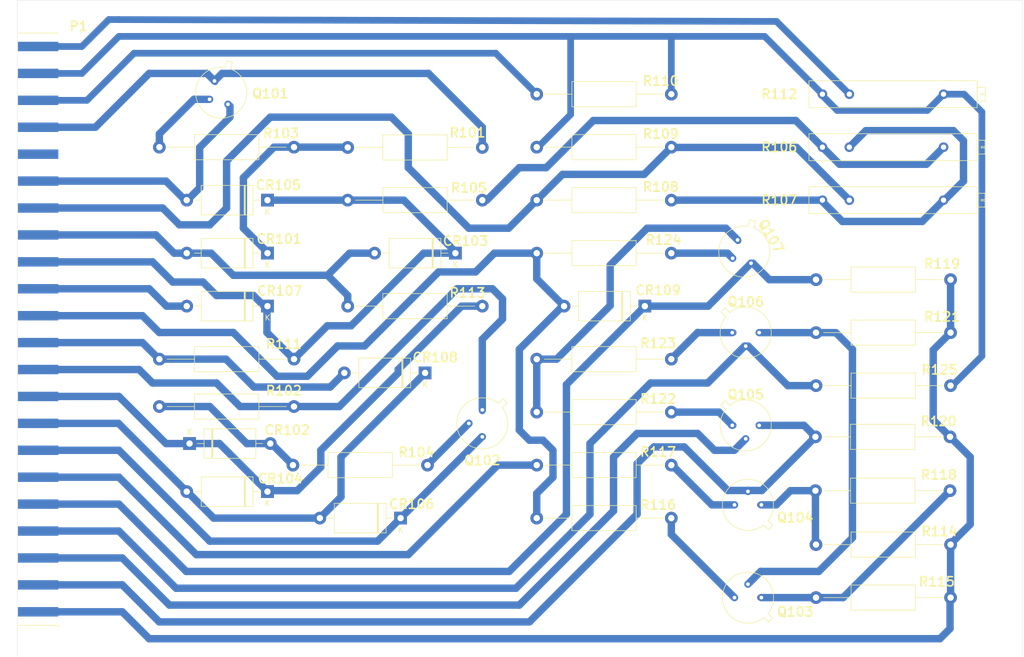
<source format=kicad_pcb>
(kicad_pcb (version 20240108) (generator "pcbnew") (generator_version "8.0")
  (layers (0 "F.Cu" signal) (31 "B.Cu" signal) (34 "B.Paste" user) (35 "F.Paste" user) (36 "B.SilkS" user "B.Silkscreen") (37 "F.SilkS" user "F.Silkscreen") (38 "B.Mask" user) (39 "F.Mask" user) (44 "Edge.Cuts" user))
  (net 0 "")
  (net 1 "/NET7")
  (net 2 "/NET25")
  (net 3 "/NET13")
  (net 4 "/NET8")
  (net 5 "/NET14")
  (net 6 "/NET5")
  (net 7 "/NET15")
  (net 8 "/NET9")
  (net 9 "/NET11")
  (net 10 "/NET10")
  (net 11 "/NET17")
  (net 12 "/NET20")
  (net 13 "/NET16")
  (net 14 "/NET19")
  (net 15 "/NET12")
  (net 16 "/NET18")
  (net 17 "/NET2")
  (net 18 "/NET3")
  (net 19 "/NET21")
  (net 20 "/NET4")
  (net 21 "/NET1")
  (net 23 "/NET6")
  (net 24 "/NET26")
  (net 25 "/NET22")
  (net 26 "/NET27")
  (net 27 "/NET23")
  (net 28 "/NET24")
  (net 29 "/NET34")
  (net 30 "/NET36")
  (net 31 "/NET35")
  (net 32 "/NET32")
  (net 33 "/NET33")
  (net 34 "/NET31")
  (net 35 "/NET28")
  (net 36 "/NET30")
  (net 37 "/NET29")
  (footprint "Resistor_THT:R_Axial_DIN0414_L11.9mm_D4.5mm_P25.40mm_Horizontal" (layer "F.Cu") (at 157.5 131.445 180)
    (property "Reference" "R102" (at 1.925 3 0) (layer "F.SilkS") (effects (font (size 1.75 1.75) (thickness 0.3))))
    (property "Value" "1K")
    (pad "1" thru_hole circle (at 0 0 180) (size 2.4 2.4) (drill 1.2) (layers "*.Cu" "*.Mask") (net 15 "/NET12"))
    (pad "2" thru_hole oval (at 25.4 0 180) (size 2.4 2.4) (drill 1.2) (layers "*.Cu" "*.Mask") (net 24 "/NET26"))
  )
  (footprint "Resistor_THT:R_Axial_DIN0414_L11.9mm_D4.5mm_P25.40mm_Horizontal" (layer "F.Cu") (at 228.71 152.5 180)
    (property "Reference" "R116" (at 2.5 2.5 0) (layer "F.SilkS") (effects (font (size 1.75 1.75) (thickness 0.3))))
    (property "Value" "250")
    (pad "1" thru_hole circle (at 0 0 180) (size 2.4 2.4) (drill 1.2) (layers "*.Cu" "*.Mask") (net 31 "/NET35"))
    (pad "2" thru_hole oval (at 25.4 0 180) (size 2.4 2.4) (drill 1.2) (layers "*.Cu" "*.Mask") (net 10 "/NET10"))
  )
  (footprint "Diode_THT:D_DO-27_P15.24mm_Horizontal" (layer "F.Cu") (at 152.5 112.5 180)
    (property "Reference" "CR107" (at -2.313 2.899 0) (layer "F.SilkS") (effects (font (size 1.75 1.75) (thickness 0.3))))
    (property "Value" "1N4003")
    (fp_text user "K" (at 0 -2.2 0) (layer "F.SilkS"))
    (pad "1" thru_hole rect (at 0 0 180) (size 2.4 2.4) (drill 1.2) (layers "*.Cu" "*.Mask") (net 4 "/NET8"))
    (pad "2" thru_hole oval (at 15.24 0 180) (size 2.4 2.4) (drill 1.2) (layers "*.Cu" "*.Mask") (net 8 "/NET9"))
  )
  (footprint ".stumbler:Potentiometer_Bourns_224P" (layer "F.Cu") (at 262.304 92.5)
    (property "Reference" "R107" (at -13.22 0 0) (layer "F.SilkS") (effects (font (size 1.75 1.75) (thickness 0.3))))
    (property "Value" "100")
    (pad "1" thru_hole circle (at 0 0) (size 1.8 1.8) (drill 1) (layers "*.Cu" "*.Mask") (net 23 "/NET6"))
    (pad "2" thru_hole circle (at -5.08 0) (size 1.8 1.8) (drill 1) (layers "*.Cu" "*.Mask") (net 28 "/NET24"))
    (pad "3" thru_hole circle (at 17.78 0) (size 1.8 1.8) (drill 1) (layers "*.Cu" "*.Mask") (net 28 "/NET24"))
  )
  (footprint "Diode_THT:D_DO-27_P15.24mm_Horizontal" (layer "F.Cu") (at 187.96 102.5 180)
    (property "Reference" "CR103" (at -1.905 2.297 0) (layer "F.SilkS") (effects (font (size 1.75 1.75) (thickness 0.3))))
    (property "Value" "1N458")
    (fp_text user "K" (at 0 -2.2 0) (layer "F.SilkS"))
    (pad "1" thru_hole rect (at 0 0 180) (size 2.4 2.4) (drill 1.2) (layers "*.Cu" "*.Mask") (net 4 "/NET8"))
    (pad "2" thru_hole oval (at 15.24 0 180) (size 2.4 2.4) (drill 1.2) (layers "*.Cu" "*.Mask") (net 1 "/NET7"))
  )
  (footprint "Resistor_THT:R_Axial_DIN0414_L11.9mm_D4.5mm_P25.40mm_Horizontal" (layer "F.Cu") (at 281.41 107.5 180)
    (property "Reference" "R119" (at 1.6 3 0) (layer "F.SilkS") (effects (font (size 1.75 1.75) (thickness 0.3))))
    (property "Value" "1.5K")
    (pad "1" thru_hole circle (at 0 0 180) (size 2.4 2.4) (drill 1.2) (layers "*.Cu" "*.Mask") (net 19 "/NET21"))
    (pad "2" thru_hole oval (at 25.4 0 180) (size 2.4 2.4) (drill 1.2) (layers "*.Cu" "*.Mask") (net 11 "/NET17"))
  )
  (footprint "Resistor_THT:R_Axial_DIN0414_L11.9mm_D4.5mm_P25.40mm_Horizontal" (layer "F.Cu") (at 281.41 117.5 180)
    (property "Reference" "R121" (at 1.6 3 0) (layer "F.SilkS") (effects (font (size 1.75 1.75) (thickness 0.3))))
    (property "Value" "2.5K 3%")
    (pad "1" thru_hole circle (at 0 0 180) (size 2.4 2.4) (drill 1.2) (layers "*.Cu" "*.Mask") (net 19 "/NET21"))
    (pad "2" thru_hole oval (at 25.4 0 180) (size 2.4 2.4) (drill 1.2) (layers "*.Cu" "*.Mask") (net 33 "/NET33"))
  )
  (footprint "Resistor_THT:R_Axial_DIN0414_L11.9mm_D4.5mm_P25.40mm_Horizontal" (layer "F.Cu") (at 281.41 167.5 180)
    (property "Reference" "R115" (at 2.6 3 0) (layer "F.SilkS") (effects (font (size 1.75 1.75) (thickness 0.3))))
    (property "Value" "150")
    (pad "1" thru_hole circle (at 0 0 180) (size 2.4 2.4) (drill 1.2) (layers "*.Cu" "*.Mask") (net 19 "/NET21"))
    (pad "2" thru_hole oval (at 25.4 0 180) (size 2.4 2.4) (drill 1.2) (layers "*.Cu" "*.Mask") (net 30 "/NET36"))
  )
  (footprint "Resistor_THT:R_Axial_DIN0414_L11.9mm_D4.5mm_P25.40mm_Horizontal" (layer "F.Cu") (at 281.41 127.5 180)
    (property "Reference" "R125" (at 2.1 3 0) (layer "F.SilkS") (effects (font (size 1.75 1.75) (thickness 0.3))))
    (property "Value" "0.1 ???")
    (pad "1" thru_hole circle (at 0 0 180) (size 2.4 2.4) (drill 1.2) (layers "*.Cu" "*.Mask") (net 17 "/NET2"))
    (pad "2" thru_hole oval (at 25.4 0 180) (size 2.4 2.4) (drill 1.2) (layers "*.Cu" "*.Mask") (net 16 "/NET18"))
  )
  (footprint "Diode_THT:D_DO-27_P15.24mm_Horizontal" (layer "F.Cu") (at 177.62 152.5 180)
    (property "Reference" "CR106" (at -2.085 2.64 0) (layer "F.SilkS") (effects (font (size 1.75 1.75) (thickness 0.3))))
    (property "Value" "1N4003")
    (fp_text user "K" (at 0 -2.2 0) (layer "F.SilkS"))
    (pad "1" thru_hole rect (at 0 0 180) (size 2.4 2.4) (drill 1.2) (layers "*.Cu" "*.Mask") (net 7 "/NET15"))
    (pad "2" thru_hole oval (at 15.24 0 180) (size 2.4 2.4) (drill 1.2) (layers "*.Cu" "*.Mask") (net 5 "/NET14"))
  )
  (footprint "Resistor_THT:R_Axial_DIN0414_L11.9mm_D4.5mm_P25.40mm_Horizontal" (layer "F.Cu") (at 157.5 82.5 180)
    (property "Reference" "R103" (at 2.433 2.617 0) (layer "F.SilkS") (effects (font (size 1.75 1.75) (thickness 0.3) (bold yes))))
    (property "Value" "2K")
    (pad "1" thru_hole circle (at 0 0 180) (size 2.4 2.4) (drill 1.2) (layers "*.Cu" "*.Mask") (net 2 "/NET25"))
    (pad "2" thru_hole oval (at 25.4 0 180) (size 2.4 2.4) (drill 1.2) (layers "*.Cu" "*.Mask") (net 25 "/NET22"))
  )
  (footprint "Package_TO_SOT_THT:TO-5-3" (layer "F.Cu") (at 240.21 117.5)
    (property "Reference" "Q106" (at 2.54 -5.82 0) (layer "F.SilkS") (effects (font (size 1.75 1.75) (thickness 0.3))))
    (property "Value" "2N697")
    (pad "1" thru_hole oval (at 0 0) (size 1.6 1.2) (drill 0.7) (layers "*.Cu" "*.Mask") (net 36 "/NET30"))
    (pad "2" thru_hole oval (at 2.54 2.54) (size 1.2 1.2) (drill 0.7) (layers "*.Cu" "*.Mask") (net 16 "/NET18"))
    (pad "3" thru_hole oval (at 5.08 0) (size 1.2 1.2) (drill 0.7) (layers "*.Cu" "*.Mask") (net 33 "/NET33"))
  )
  (footprint "Resistor_THT:R_Axial_DIN0414_L11.9mm_D4.5mm_P25.40mm_Horizontal" (layer "F.Cu") (at 281.41 157.5 180)
    (property "Reference" "R114" (at 2.1 2.5 0) (layer "F.SilkS") (effects (font (size 1.75 1.75) (thickness 0.3))))
    (property "Value" "150")
    (pad "1" thru_hole circle (at 0 0 180) (size 2.4 2.4) (drill 1.2) (layers "*.Cu" "*.Mask") (net 19 "/NET21"))
    (pad "2" thru_hole oval (at 25.4 0 180) (size 2.4 2.4) (drill 1.2) (layers "*.Cu" "*.Mask") (net 29 "/NET34"))
  )
  (footprint "Diode_THT:D_DO-27_P15.24mm_Horizontal" (layer "F.Cu") (at 182.245 125.095 180)
    (property "Reference" "CR108" (at -1.905 2.921 0) (layer "F.SilkS") (effects (font (size 1.75 1.75) (thickness 0.3))))
    (property "Value" "1N2625")
    (fp_text user "K" (at 0 -2.2 0) (layer "F.SilkS"))
    (pad "1" thru_hole rect (at 0 0 180) (size 2.4 2.4) (drill 1.2) (layers "*.Cu" "*.Mask") (net 5 "/NET14"))
    (pad "2" thru_hole oval (at 15.24 0 180) (size 2.4 2.4) (drill 1.2) (layers "*.Cu" "*.Mask") (net 9 "/NET11"))
  )
  (footprint "Resistor_THT:R_Axial_DIN0414_L11.9mm_D4.5mm_P25.40mm_Horizontal" (layer "F.Cu") (at 228.71 72.5 180)
    (property "Reference" "R110" (at 2 2.5 0) (layer "F.SilkS") (effects (font (size 1.75 1.75) (thickness 0.3))))
    (property "Value" "500 1%")
    (pad "1" thru_hole circle (at 0 0 180) (size 2.4 2.4) (drill 1.2) (layers "*.Cu" "*.Mask") (net 17 "/NET2"))
    (pad "2" thru_hole oval (at 25.4 0 180) (size 2.4 2.4) (drill 1.2) (layers "*.Cu" "*.Mask") (net 18 "/NET3"))
  )
  (footprint "Package_TO_SOT_THT:TO-5-3" (layer "F.Cu") (at 193.04 132.08 -90)
    (property "Reference" "Q102" (at 9.525 0 180) (layer "F.SilkS") (effects (font (size 1.75 1.75) (thickness 0.3))))
    (property "Value" "2N1304")
    (pad "1" thru_hole oval (at 0 0 270) (size 1.6 1.2) (drill 0.7) (layers "*.Cu" "*.Mask") (net 15 "/NET12"))
    (pad "2" thru_hole oval (at 2.54 2.54 270) (size 1.2 1.2) (drill 0.7) (layers "*.Cu" "*.Mask") (net 26 "/NET27"))
    (pad "3" thru_hole oval (at 5.08 0 270) (size 1.2 1.2) (drill 0.7) (layers "*.Cu" "*.Mask") (net 7 "/NET15"))
  )
  (footprint "Package_TO_SOT_THT:TO-5-3" (layer "F.Cu") (at 245.71 150 180)
    (property "Reference" "Q104" (at -6.385 -2.4 0) (layer "F.SilkS") (effects (font (size 1.75 1.75) (thickness 0.3))))
    (property "Value" "2N1038")
    (pad "1" thru_hole oval (at 0 0 180) (size 1.6 1.2) (drill 0.7) (layers "*.Cu" "*.Mask") (net 29 "/NET34"))
    (pad "2" thru_hole oval (at 2.54 2.54 180) (size 1.2 1.2) (drill 0.7) (layers "*.Cu" "*.Mask") (net 12 "/NET20"))
    (pad "3" thru_hole oval (at 5.08 0 180) (size 1.2 1.2) (drill 0.7) (layers "*.Cu" "*.Mask") (net 32 "/NET32"))
  )
  (footprint "Package_TO_SOT_THT:TO-5-3" (layer "F.Cu") (at 245.71 167.5 180)
    (property "Reference" "Q103" (at -6.385 -2.68 0) (layer "F.SilkS") (effects (font (size 1.75 1.75) (thickness 0.3))))
    (property "Value" "2N1038")
    (pad "1" thru_hole oval (at 0 0 180) (size 1.6 1.2) (drill 0.7) (layers "*.Cu" "*.Mask") (net 30 "/NET36"))
    (pad "2" thru_hole oval (at 2.54 2.54 180) (size 1.2 1.2) (drill 0.7) (layers "*.Cu" "*.Mask") (net 33 "/NET33"))
    (pad "3" thru_hole oval (at 5.08 0 180) (size 1.2 1.2) (drill 0.7) (layers "*.Cu" "*.Mask") (net 31 "/NET35"))
  )
  (footprint ".stumbler:Potentiometer_Bourns_224P" (layer "F.Cu") (at 262.304 72.5)
    (property "Reference" "R112" (at -13.22 0 0) (layer "F.SilkS") (effects (font (size 1.75 1.75) (thickness 0.3))))
    (property "Value" "10")
    (pad "1" thru_hole circle (at 0 0) (size 1.8 1.8) (drill 1) (layers "*.Cu" "*.Mask") (net 21 "/NET1"))
    (pad "2" thru_hole circle (at -5.08 0) (size 1.8 1.8) (drill 1) (layers "*.Cu" "*.Mask") (net 17 "/NET2"))
    (pad "3" thru_hole circle (at 17.78 0) (size 1.8 1.8) (drill 1) (layers "*.Cu" "*.Mask") (net 17 "/NET2"))
  )
  (footprint "Package_TO_SOT_THT:TO-5-3" (layer "F.Cu") (at 240.21 135)
    (property "Reference" "Q105" (at 2.54 -5.82 0) (layer "F.SilkS") (effects (font (size 1.75 1.75) (thickness 0.3))))
    (property "Value" "2N697")
    (pad "1" thru_hole oval (at 0 0) (size 1.6 1.2) (drill 0.7) (layers "*.Cu" "*.Mask") (net 34 "/NET31"))
    (pad "2" thru_hole oval (at 2.54 2.54) (size 1.2 1.2) (drill 0.7) (layers "*.Cu" "*.Mask") (net 14 "/NET19"))
    (pad "3" thru_hole oval (at 5.08 0) (size 1.2 1.2) (drill 0.7) (layers "*.Cu" "*.Mask") (net 12 "/NET20"))
  )
  (footprint "Resistor_THT:R_Axial_DIN0414_L11.9mm_D4.5mm_P25.40mm_Horizontal" (layer "F.Cu") (at 182.7 142.5 180)
    (property "Reference" "R104" (at 2.106 2.419 0) (layer "F.SilkS") (effects (font (size 1.75 1.75) (thickness 0.3))))
    (property "Value" "2K")
    (pad "1" thru_hole circle (at 0 0 180) (size 2.4 2.4) (drill 1.2) (layers "*.Cu" "*.Mask") (net 26 "/NET27"))
    (pad "2" thru_hole oval (at 25.4 0 180) (size 2.4 2.4) (drill 1.2) (layers "*.Cu" "*.Mask") (net 24 "/NET26"))
  )
  (footprint "Package_TO_SOT_THT:TO-5-3" (layer "F.Cu") (at 142.5 70 -60)
    (property "Reference" "Q101" (at 7.337301 -7.928578 180) (layer "F.SilkS") (effects (font (size 1.75 1.75) (thickness 0.3))))
    (property "Value" "2N1305")
    (pad "1" thru_hole oval (at 0 0 300) (size 1.6 1.2) (drill 0.7) (layers "*.Cu" "*.Mask") (net 20 "/NET4"))
    (pad "2" thru_hole oval (at 2.54 2.540001 300) (size 1.2 1.2) (drill 0.7) (layers "*.Cu" "*.Mask") (net 25 "/NET22"))
    (pad "3" thru_hole oval (at 5.08 0 300) (size 1.2 1.2) (drill 0.7) (layers "*.Cu" "*.Mask") (net 6 "/NET5"))
  )
  (footprint "Resistor_THT:R_Axial_DIN0414_L11.9mm_D4.5mm_P25.40mm_Horizontal" (layer "F.Cu") (at 228.71 82.5 180)
    (property "Reference" "R109" (at 2 2.5 0) (layer "F.SilkS") (effects (font (size 1.75 1.75) (thickness 0.3))))
    (property "Value" "2.5K")
    (pad "1" thru_hole circle (at 0 0 180) (size 2.4 2.4) (drill 1.2) (layers "*.Cu" "*.Mask") (net 23 "/NET6"))
    (pad "2" thru_hole oval (at 25.4 0 180) (size 2.4 2.4) (drill 1.2) (layers "*.Cu" "*.Mask") (net 17 "/NET2"))
  )
  (footprint "Resistor_THT:R_Axial_DIN0414_L11.9mm_D4.5mm_P25.40mm_Horizontal" (layer "F.Cu") (at 228.71 122.5 180)
    (property "Reference" "R123" (at 2.5 3 0) (layer "F.SilkS") (effects (font (size 1.75 1.75) (thickness 0.3))))
    (property "Value" "10")
    (pad "1" thru_hole circle (at 0 0 180) (size 2.4 2.4) (drill 1.2) (layers "*.Cu" "*.Mask") (net 36 "/NET30"))
    (pad "2" thru_hole oval (at 25.4 0 180) (size 2.4 2.4) (drill 1.2) (layers "*.Cu" "*.Mask") (net 35 "/NET28"))
  )
  (footprint "Resistor_THT:R_Axial_DIN0414_L11.9mm_D4.5mm_P25.40mm_Horizontal" (layer "F.Cu") (at 228.71 132.5 180)
    (property "Reference" "R122" (at 2.5 2.5 0) (layer "F.SilkS") (effects (font (size 1.75 1.75) (thickness 0.3))))
    (property "Value" "50")
    (pad "1" thru_hole circle (at 0 0 180) (size 2.4 2.4) (drill 1.2) (layers "*.Cu" "*.Mask") (net 34 "/NET31"))
    (pad "2" thru_hole oval (at 25.4 0 180) (size 2.4 2.4) (drill 1.2) (layers "*.Cu" "*.Mask") (net 35 "/NET28"))
  )
  (footprint "Resistor_THT:R_Axial_DIN0414_L11.9mm_D4.5mm_P25.40mm_Horizontal" (layer "F.Cu") (at 193.04 92.5 180)
    (property "Reference" "R105" (at 2.54 2.33 0) (layer "F.SilkS") (effects (font (size 1.75 1.75) (thickness 0.3))))
    (property "Value" "450 1%")
    (pad "1" thru_hole circle (at 0 0 180) (size 2.4 2.4) (drill 1.2) (layers "*.Cu" "*.Mask") (net 27 "/NET23"))
    (pad "2" thru_hole oval (at 25.4 0 180) (size 2.4 2.4) (drill 1.2) (layers "*.Cu" "*.Mask") (net 4 "/NET8"))
  )
  (footprint ".stumbler:Potentiometer_Bourns_224P" (layer "F.Cu") (at 262.304 82.5)
    (property "Reference" "R106" (at -13.22 0 0) (layer "F.SilkS") (effects (font (size 1.75 1.75) (thickness 0.3))))
    (property "Value" "500")
    (pad "1" thru_hole circle (at 0 0) (size 1.8 1.8) (drill 1) (layers "*.Cu" "*.Mask") (net 28 "/NET24"))
    (pad "2" thru_hole circle (at -5.08 0) (size 1.8 1.8) (drill 1) (layers "*.Cu" "*.Mask") (net 27 "/NET23"))
    (pad "3" thru_hole circle (at 17.78 0) (size 1.8 1.8) (drill 1) (layers "*.Cu" "*.Mask") (net 27 "/NET23"))
  )
  (footprint "Diode_THT:D_DO-27_P15.24mm_Horizontal" (layer "F.Cu") (at 137.795 138.43)
    (property "Reference" "CR102" (at 18.415 -2.54 0) (layer "F.SilkS") (effects (font (size 1.75 1.75) (thickness 0.3))))
    (property "Value" "1N754A")
    (fp_text user "K" (at 0 -2.2 0) (layer "F.SilkS"))
    (pad "1" thru_hole rect (at 0 0) (size 2.4 2.4) (drill 1.2) (layers "*.Cu" "*.Mask") (net 3 "/NET13"))
    (pad "2" thru_hole oval (at 15.24 0) (size 2.4 2.4) (drill 1.2) (layers "*.Cu" "*.Mask") (net 24 "/NET26"))
  )
  (footprint "Resistor_THT:R_Axial_DIN0414_L11.9mm_D4.5mm_P25.40mm_Horizontal" (layer "F.Cu") (at 228.71 142.5 180)
    (property "Reference" "R117" (at 2.5 2.5 0) (layer "F.SilkS") (effects (font (size 1.75 1.75) (thickness 0.3))))
    (property "Value" "250")
    (pad "1" thru_hole circle (at 0 0 180) (size 2.4 2.4) (drill 1.2) (layers "*.Cu" "*.Mask") (net 32 "/NET32"))
    (pad "2" thru_hole oval (at 25.4 0 180) (size 2.4 2.4) (drill 1.2) (layers "*.Cu" "*.Mask") (net 13 "/NET16"))
  )
  (footprint "Resistor_THT:R_Axial_DIN0414_L11.9mm_D4.5mm_P25.40mm_Horizontal" (layer "F.Cu") (at 281.305 147.32 180)
    (property "Reference" "R118" (at 2.1 3 0) (layer "F.SilkS") (effects (font (size 1.75 1.75) (thickness 0.3))))
    (property "Value" "10")
    (pad "1" thru_hole circle (at 0 0 180) (size 2.4 2.4) (drill 1.2) (layers "*.Cu" "*.Mask") (net 30 "/NET36"))
    (pad "2" thru_hole oval (at 25.4 0 180) (size 2.4 2.4) (drill 1.2) (layers "*.Cu" "*.Mask") (net 29 "/NET34"))
  )
  (footprint "Resistor_THT:R_Axial_DIN0414_L11.9mm_D4.5mm_P25.40mm_Horizontal" (layer "F.Cu") (at 281.305 137.16 180)
    (property "Reference" "R120" (at 2.159 2.921 0) (layer "F.SilkS") (effects (font (size 1.75 1.75) (thickness 0.3))))
    (property "Value" "2.5K 3%")
    (pad "1" thru_hole circle (at 0 0 180) (size 2.4 2.4) (drill 1.2) (layers "*.Cu" "*.Mask") (net 19 "/NET21"))
    (pad "2" thru_hole oval (at 25.4 0 180) (size 2.4 2.4) (drill 1.2) (layers "*.Cu" "*.Mask") (net 12 "/NET20"))
  )
  (footprint "Diode_THT:D_DO-27_P15.24mm_Horizontal" (layer "F.Cu") (at 223.71 112.5 180)
    (property "Reference" "CR109" (at -2.5 3 0) (layer "F.SilkS") (effects (font (size 1.75 1.75) (thickness 0.3))))
    (property "Value" "1N754A")
    (fp_text user "K" (at 0 -2.2 0) (layer "F.SilkS"))
    (pad "1" thru_hole rect (at 0 0 180) (size 2.4 2.4) (drill 1.2) (layers "*.Cu" "*.Mask") (net 11 "/NET17"))
    (pad "2" thru_hole oval (at 15.24 0 180) (size 2.4 2.4) (drill 1.2) (layers "*.Cu" "*.Mask") (net 10 "/NET10"))
  )
  (footprint ".stumbler:EDGE_22_SINGLE_p0.156" (layer "F.Cu") (at 113.03 60.96 -90)
    (property "Reference" "P1" (at -1.27 -3.81 180) (layer "F.SilkS") (effects (font (size 1.75 1.75) (thickness 0.3))))
    (property "Value" "IO_PLUG_M22")
    (pad "1" connect rect (at 2.54 3.81 90) (size 1.78 7.62) (layers "B.Cu" "B.Mask") (net 21 "/NET1"))
    (pad "2" connect rect (at 7.62 3.81 90) (size 1.78 7.62) (layers "B.Cu" "B.Mask") (net 17 "/NET2"))
    (pad "3" connect rect (at 12.7 3.81 90) (size 1.78 7.62) (layers "B.Cu" "B.Mask") (net 18 "/NET3"))
    (pad "4" connect rect (at 17.78 3.81 90) (size 1.78 7.62) (layers "B.Cu" "B.Mask") (net 20 "/NET4"))
    (pad "5" connect rect (at 22.86 3.81 90) (size 1.78 7.62) (layers "B.Cu" "B.Mask"))
    (pad "6" connect rect (at 27.94 3.81 90) (size 1.78 7.62) (layers "B.Cu" "B.Mask") (net 6 "/NET5"))
    (pad "7" connect rect (at 33.02 3.81 90) (size 1.78 7.62) (layers "B.Cu" "B.Mask") (net 23 "/NET6"))
    (pad "8" connect rect (at 38.1 3.81 90) (size 1.78 7.62) (layers "B.Cu" "B.Mask") (net 1 "/NET7"))
    (pad "9" connect rect (at 43.18 3.81 90) (size 1.78 7.62) (layers "B.Cu" "B.Mask") (net 4 "/NET8"))
    (pad "10" connect rect (at 48.26 3.81 90) (size 1.78 7.62) (layers "B.Cu" "B.Mask") (net 8 "/NET9"))
    (pad "11" connect rect (at 53.34 3.81 90) (size 1.78 7.62) (layers "B.Cu" "B.Mask") (net 10 "/NET10"))
    (pad "12" connect rect (at 58.42 3.81 90) (size 1.78 7.62) (layers "B.Cu" "B.Mask") (net 9 "/NET11"))
    (pad "13" connect rect (at 63.5 3.81 90) (size 1.78 7.62) (layers "B.Cu" "B.Mask") (net 15 "/NET12"))
    (pad "14" connect rect (at 68.58 3.81 90) (size 1.78 7.62) (layers "B.Cu" "B.Mask") (net 3 "/NET13"))
    (pad "15" connect rect (at 73.66 3.81 90) (size 1.78 7.62) (layers "B.Cu" "B.Mask") (net 5 "/NET14"))
    (pad "16" connect rect (at 78.74 3.81 90) (size 1.78 7.62) (layers "B.Cu" "B.Mask") (net 7 "/NET15"))
    (pad "17" connect rect (at 83.82 3.81 90) (size 1.78 7.62) (layers "B.Cu" "B.Mask") (net 13 "/NET16"))
    (pad "18" connect rect (at 88.9 3.81 90) (size 1.78 7.62) (layers "B.Cu" "B.Mask") (net 11 "/NET17"))
    (pad "19" connect rect (at 93.98 3.81 90) (size 1.78 7.62) (layers "B.Cu" "B.Mask") (net 16 "/NET18"))
    (pad "20" connect rect (at 99.06 3.81 90) (size 1.78 7.62) (layers "B.Cu" "B.Mask") (net 14 "/NET19"))
    (pad "21" connect rect (at 104.14 3.81 90) (size 1.78 7.62) (layers "B.Cu" "B.Mask") (net 12 "/NET20"))
    (pad "22" connect rect (at 109.22 3.81 90) (size 1.78 7.62) (layers "B.Cu" "B.Mask") (net 19 "/NET21"))
  )
  (footprint "Diode_THT:D_DO-27_P15.24mm_Horizontal" (layer "F.Cu") (at 152.5 102.5 180)
    (property "Reference" "CR101" (at -2.186 2.678 0) (layer "F.SilkS") (effects (font (size 1.75 1.75) (thickness 0.3))))
    (property "Value" "1N754A")
    (fp_text user "K" (at 0 -2.2 0) (layer "F.SilkS"))
    (pad "1" thru_hole rect (at 0 0 180) (size 2.4 2.4) (drill 1.2) (layers "*.Cu" "*.Mask") (net 2 "/NET25"))
    (pad "2" thru_hole oval (at 15.24 0 180) (size 2.4 2.4) (drill 1.2) (layers "*.Cu" "*.Mask") (net 1 "/NET7"))
  )
  (footprint "Resistor_THT:R_Axial_DIN0414_L11.9mm_D4.5mm_P25.40mm_Horizontal" (layer "F.Cu") (at 157.5 122.5 180)
    (property "Reference" "R111" (at 1.925 2.866 0) (layer "F.SilkS") (effects (font (size 1.75 1.75) (thickness 0.3))))
    (property "Value" "1.5K")
    (pad "1" thru_hole circle (at 0 0 180) (size 2.4 2.4) (drill 1.2) (layers "*.Cu" "*.Mask") (net 4 "/NET8"))
    (pad "2" thru_hole oval (at 25.4 0 180) (size 2.4 2.4) (drill 1.2) (layers "*.Cu" "*.Mask") (net 9 "/NET11"))
  )
  (footprint "Resistor_THT:R_Axial_DIN0414_L11.9mm_D4.5mm_P25.40mm_Horizontal" (layer "F.Cu") (at 228.71 102.5 180)
    (property "Reference" "R124" (at 1.5 2.5 0) (layer "F.SilkS") (effects (font (size 1.75 1.75) (thickness 0.3))))
    (property "Value" "1.6K")
    (pad "1" thru_hole circle (at 0 0 180) (size 2.4 2.4) (drill 1.2) (layers "*.Cu" "*.Mask") (net 37 "/NET29"))
    (pad "2" thru_hole oval (at 25.4 0 180) (size 2.4 2.4) (drill 1.2) (layers "*.Cu" "*.Mask") (net 10 "/NET10"))
  )
  (footprint "Diode_THT:D_DO-27_P15.24mm_Horizontal" (layer "F.Cu") (at 152.5 147.5 180)
    (property "Reference" "CR104" (at -2.44 2.466 0) (layer "F.SilkS") (effects (font (size 1.75 1.75) (thickness 0.3))))
    (property "Value" "1N458")
    (fp_text user "K" (at 0 -2.2 0) (layer "F.SilkS"))
    (pad "1" thru_hole rect (at 0 0 180) (size 2.4 2.4) (drill 1.2) (layers "*.Cu" "*.Mask") (net 3 "/NET13"))
    (pad "2" thru_hole oval (at 15.24 0 180) (size 2.4 2.4) (drill 1.2) (layers "*.Cu" "*.Mask") (net 5 "/NET14"))
  )
  (footprint "Diode_THT:D_DO-27_P15.24mm_Horizontal" (layer "F.Cu") (at 152.5 92.5 180)
    (property "Reference" "CR105" (at -2.059 2.838 0) (layer "F.SilkS") (effects (font (size 1.75 1.75) (thickness 0.3))))
    (property "Value" "1N4003")
    (fp_text user "K" (at 0 -2.2 0) (layer "F.SilkS"))
    (pad "1" thru_hole rect (at 0 0 180) (size 2.4 2.4) (drill 1.2) (layers "*.Cu" "*.Mask") (net 4 "/NET8"))
    (pad "2" thru_hole oval (at 15.24 0 180) (size 2.4 2.4) (drill 1.2) (layers "*.Cu" "*.Mask") (net 6 "/NET5"))
  )
  (footprint "Resistor_THT:R_Axial_DIN0414_L11.9mm_D4.5mm_P25.40mm_Horizontal" (layer "F.Cu") (at 193.04 82.55 180)
    (property "Reference" "R101" (at 2.794 2.794 0) (layer "F.SilkS") (effects (font (size 1.75 1.75) (thickness 0.3))))
    (property "Value" "1K")
    (pad "1" thru_hole circle (at 0 0 180) (size 2.4 2.4) (drill 1.2) (layers "*.Cu" "*.Mask") (net 20 "/NET4"))
    (pad "2" thru_hole oval (at 25.4 0 180) (size 2.4 2.4) (drill 1.2) (layers "*.Cu" "*.Mask") (net 2 "/NET25"))
  )
  (footprint "Resistor_THT:R_Axial_DIN0414_L11.9mm_D4.5mm_P25.40mm_Horizontal" (layer "F.Cu") (at 193.04 112.5 180)
    (property "Reference" "R113" (at 2.794 2.518 0) (layer "F.SilkS") (effects (font (size 1.75 1.75) (thickness 0.3))))
    (property "Value" "2.7K 3%")
    (pad "1" thru_hole circle (at 0 0 180) (size 2.4 2.4) (drill 1.2) (layers "*.Cu" "*.Mask") (net 3 "/NET13"))
    (pad "2" thru_hole oval (at 25.4 0 180) (size 2.4 2.4) (drill 1.2) (layers "*.Cu" "*.Mask") (net 1 "/NET7"))
  )
  (footprint "Resistor_THT:R_Axial_DIN0414_L11.9mm_D4.5mm_P25.40mm_Horizontal" (layer "F.Cu") (at 228.71 92.5 180)
    (property "Reference" "R108" (at 2 2.5 0) (layer "F.SilkS") (effects (font (size 1.75 1.75) (thickness 0.3))))
    (property "Value" "39 5%")
    (pad "1" thru_hole circle (at 0 0 180) (size 2.4 2.4) (drill 1.2) (layers "*.Cu" "*.Mask") (net 28 "/NET24"))
    (pad "2" thru_hole oval (at 25.4 0 180) (size 2.4 2.4) (drill 1.2) (layers "*.Cu" "*.Mask") (net 23 "/NET6"))
  )
  (footprint "Package_TO_SOT_THT:TO-5-3" (layer "F.Cu") (at 241.21 100 -60)
    (property "Reference" "Q107" (at 2.54 -5.82 120) (layer "F.SilkS") (effects (font (size 1.75 1.75) (thickness 0.3))))
    (property "Value" "2N697")
    (pad "1" thru_hole oval (at 0 0 300) (size 1.6 1.2) (drill 0.7) (layers "*.Cu" "*.Mask") (net 35 "/NET28"))
    (pad "2" thru_hole oval (at 2.54 2.540001 300) (size 1.2 1.2) (drill 0.7) (layers "*.Cu" "*.Mask") (net 37 "/NET29"))
    (pad "3" thru_hole oval (at 5.08 0 300) (size 1.2 1.2) (drill 0.7) (layers "*.Cu" "*.Mask") (net 11 "/NET17"))
  )
  (gr_rect (start 105.25 54.75) (end 294.925 178.75) (stroke (width 0.05)) (fill none) (layer "Edge.Cuts"))
  (segment (start 167.64 112.5) (end 167.64 110.49) (width 1.397) (layer "B.Cu") (net 1))
  (segment (start 167.64 110.49) (end 163.83 106.68) (width 1.397) (layer "B.Cu") (net 1))
  (segment (start 141.87 102.5) (end 146.05 106.68) (width 1.397) (layer "B.Cu") (net 1))
  (segment (start 168.01 102.5) (end 172.72 102.5) (width 1.397) (layer "B.Cu") (net 1))
  (segment (start 137.26 102.5) (end 141.87 102.5) (width 1.397) (layer "B.Cu") (net 1))
  (segment (start 146.05 106.68) (end 163.83 106.68) (width 1.397) (layer "B.Cu") (net 1))
  (segment (start 163.83 106.68) (end 168.01 102.5) (width 1.397) (layer "B.Cu") (net 1))
  (segment (start 134.885 102.5) (end 137.26 102.5) (width 1.397) (layer "B.Cu") (net 1))
  (segment (start 131.445 99.06) (end 134.885 102.5) (width 1.397) (layer "B.Cu") (net 1))
  (segment (start 109.22 99.06) (end 131.445 99.06) (width 1.397) (layer "B.Cu") (net 1))
  (segment (start 157.5 82.5) (end 167.59 82.5) (width 1.397) (layer "B.Cu") (net 2))
  (segment (start 152.5 102.335) (end 147.955 97.79) (width 1.397) (layer "B.Cu") (net 2))
  (segment (start 147.955 88.265) (end 153.72 82.5) (width 1.397) (layer "B.Cu") (net 2))
  (segment (start 153.72 82.5) (end 157.5 82.5) (width 1.397) (layer "B.Cu") (net 2))
  (segment (start 167.59 82.5) (end 167.64 82.55) (width 1.397) (layer "B.Cu") (net 2))
  (segment (start 152.5 102.5) (end 152.5 102.335) (width 1.397) (layer "B.Cu") (net 2))
  (segment (start 147.955 97.79) (end 147.955 88.265) (width 1.397) (layer "B.Cu") (net 2))
  (segment (start 162.56 139.7) (end 177.165 125.095) (width 1.397) (layer "B.Cu") (net 3))
  (segment (start 152.5 147.5) (end 152.68 147.32) (width 1.397) (layer "B.Cu") (net 3))
  (segment (start 133.35 138.43) (end 137.795 138.43) (width 1.397) (layer "B.Cu") (net 3))
  (segment (start 177.165 125.095) (end 177.165 124.46) (width 1.397) (layer "B.Cu") (net 3))
  (segment (start 143.43 138.43) (end 152.5 147.5) (width 1.397) (layer "B.Cu") (net 3))
  (segment (start 137.795 138.43) (end 143.43 138.43) (width 1.397) (layer "B.Cu") (net 3))
  (segment (start 162.56 142.875) (end 162.56 139.7) (width 1.397) (layer "B.Cu") (net 3))
  (segment (start 109.22 129.54) (end 124.46 129.54) (width 1.397) (layer "B.Cu") (net 3))
  (segment (start 158.115 147.32) (end 162.56 142.875) (width 1.397) (layer "B.Cu") (net 3))
  (segment (start 189.125 112.5) (end 193.04 112.5) (width 1.397) (layer "B.Cu") (net 3))
  (segment (start 152.68 147.32) (end 158.115 147.32) (width 1.397) (layer "B.Cu") (net 3))
  (segment (start 177.165 124.46) (end 189.125 112.5) (width 1.397) (layer "B.Cu") (net 3))
  (segment (start 124.46 129.54) (end 133.35 138.43) (width 1.397) (layer "B.Cu") (net 3))
  (segment (start 167.64 92.5) (end 168.065 92.5) (width 1.397) (layer "B.Cu") (net 4))
  (segment (start 187.96 102.235) (end 187.96 102.5) (width 1.397) (layer "B.Cu") (net 4))
  (segment (start 142.875 110.49) (end 140.335 107.95) (width 1.397) (layer "B.Cu") (net 4))
  (segment (start 152.5 92.5) (end 167.64 92.5) (width 1.397) (layer "B.Cu") (net 4))
  (segment (start 181.98 102.5) (end 168.275 116.205) (width 1.397) (layer "B.Cu") (net 4))
  (segment (start 168.275 116.205) (end 163.795 116.205) (width 1.397) (layer "B.Cu") (net 4))
  (segment (start 152.5 112.5) (end 151.87 112.5) (width 1.397) (layer "B.Cu") (net 4))
  (segment (start 134.62 107.95) (end 130.81 104.14) (width 1.397) (layer "B.Cu") (net 4))
  (segment (start 157.425 122.5) (end 157.5 122.5) (width 1.397) (layer "B.Cu") (net 4))
  (segment (start 163.795 116.205) (end 157.5 122.5) (width 1.397) (layer "B.Cu") (net 4))
  (segment (start 151.87 112.5) (end 149.86 110.49) (width 1.397) (layer "B.Cu") (net 4))
  (segment (start 187.96 102.5) (end 181.98 102.5) (width 1.397) (layer "B.Cu") (net 4))
  (segment (start 130.81 104.14) (end 109.22 104.14) (width 1.397) (layer "B.Cu") (net 4))
  (segment (start 152.5 112.5) (end 152.505 112.5) (width 1.397) (layer "B.Cu") (net 4))
  (segment (start 152.505 112.5) (end 152.4 112.605) (width 1.397) (layer "B.Cu") (net 4))
  (segment (start 178.225 92.5) (end 187.96 102.235) (width 1.397) (layer "B.Cu") (net 4))
  (segment (start 152.4 117.475) (end 157.425 122.5) (width 1.397) (layer "B.Cu") (net 4))
  (segment (start 167.64 92.5) (end 178.225 92.5) (width 1.397) (layer "B.Cu") (net 4))
  (segment (start 149.86 110.49) (end 142.875 110.49) (width 1.397) (layer "B.Cu") (net 4))
  (segment (start 140.335 107.95) (end 134.62 107.95) (width 1.397) (layer "B.Cu") (net 4))
  (segment (start 152.4 112.605) (end 152.4 117.475) (width 1.397) (layer "B.Cu") (net 4))
  (segment (start 137.26 147.5) (end 137.34 147.5) (width 1.397) (layer "B.Cu") (net 5))
  (segment (start 162.38 152.5) (end 166.37 148.51) (width 1.397) (layer "B.Cu") (net 5))
  (segment (start 142.34 152.5) (end 162.38 152.5) (width 1.397) (layer "B.Cu") (net 5))
  (segment (start 166.37 148.51) (end 166.37 140.97) (width 1.397) (layer "B.Cu") (net 5))
  (segment (start 137.34 147.5) (end 142.34 152.5) (width 1.397) (layer "B.Cu") (net 5))
  (segment (start 109.22 134.62) (end 124.38 134.62) (width 1.397) (layer "B.Cu") (net 5))
  (segment (start 124.38 134.62) (end 137.26 147.5) (width 1.397) (layer "B.Cu") (net 5))
  (segment (start 166.37 140.97) (end 182.245 125.095) (width 1.397) (layer "B.Cu") (net 5))
  (segment (start 137.26 92.5) (end 137.37 92.5) (width 1.397) (layer "B.Cu") (net 6))
  (segment (start 136.95 92.5) (end 137.26 92.5) (width 1.397) (layer "B.Cu") (net 6))
  (segment (start 133.35 88.9) (end 136.95 92.5) (width 1.397) (layer "B.Cu") (net 6))
  (segment (start 137.37 92.5) (end 139.7 90.17) (width 1.397) (layer "B.Cu") (net 6))
  (segment (start 109.22 88.9) (end 133.35 88.9) (width 1.397) (layer "B.Cu") (net 6))
  (segment (start 139.7 90.17) (end 139.7 82.55) (width 1.397) (layer "B.Cu") (net 6))
  (segment (start 145.415 74.774409) (end 145.04 74.399409) (width 1.397) (layer "B.Cu") (net 6))
  (segment (start 139.7 82.55) (end 145.415 76.835) (width 1.397) (layer "B.Cu") (net 6))
  (segment (start 145.415 76.835) (end 145.415 74.774409) (width 1.397) (layer "B.Cu") (net 6))
  (segment (start 124.46 139.7) (end 141.605 156.845) (width 1.397) (layer "B.Cu") (net 7))
  (segment (start 192.96 137.16) (end 193.04 137.16) (width 1.397) (layer "B.Cu") (net 7))
  (segment (start 141.605 156.845) (end 173.275 156.845) (width 1.397) (layer "B.Cu") (net 7))
  (segment (start 173.275 156.845) (end 177.62 152.5) (width 1.397) (layer "B.Cu") (net 7))
  (segment (start 109.22 139.7) (end 124.46 139.7) (width 1.397) (layer "B.Cu") (net 7))
  (segment (start 177.62 152.5) (end 192.96 137.16) (width 1.397) (layer "B.Cu") (net 7))
  (segment (start 133.455 112.5) (end 137.26 112.5) (width 1.397) (layer "B.Cu") (net 8))
  (segment (start 130.175 109.22) (end 133.455 112.5) (width 1.397) (layer "B.Cu") (net 8))
  (segment (start 109.22 109.22) (end 130.175 109.22) (width 1.397) (layer "B.Cu") (net 8))
  (segment (start 144.6615 122.5) (end 149.9235 127.762) (width 1.397) (layer "B.Cu") (net 9))
  (segment (start 128.905 119.38) (end 132.025 122.5) (width 1.397) (layer "B.Cu") (net 9))
  (segment (start 164.338 127.762) (end 167.005 125.095) (width 1.397) (layer "B.Cu") (net 9))
  (segment (start 132.025 122.5) (end 132.1 122.5) (width 1.397) (layer "B.Cu") (net 9))
  (segment (start 109.22 119.38) (end 128.905 119.38) (width 1.397) (layer "B.Cu") (net 9))
  (segment (start 132.1 122.5) (end 144.6615 122.5) (width 1.397) (layer "B.Cu") (net 9))
  (segment (start 149.9235 127.762) (end 164.338 127.762) (width 1.397) (layer "B.Cu") (net 9))
  (segment (start 204.47 137.795) (end 201.93 137.795) (width 1.397) (layer "B.Cu") (net 10))
  (segment (start 160.02 125.73) (end 165.735 120.015) (width 1.397) (layer "B.Cu") (net 10))
  (segment (start 206.375 144.78) (end 206.375 139.7) (width 1.397) (layer "B.Cu") (net 10))
  (segment (start 203.31 107.34) (end 208.47 112.5) (width 1.397) (layer "B.Cu") (net 10))
  (segment (start 132.08 117.475) (end 146.05 117.475) (width 1.397) (layer "B.Cu") (net 10))
  (segment (start 208.175 112.5) (end 208.47 112.5) (width 1.397) (layer "B.Cu") (net 10))
  (segment (start 200.025 120.65) (end 208.175 112.5) (width 1.397) (layer "B.Cu") (net 10))
  (segment (start 203.31 152.5) (end 203.735 152.5) (width 1.397) (layer "B.Cu") (net 10))
  (segment (start 206.375 139.7) (end 204.47 137.795) (width 1.397) (layer "B.Cu") (net 10))
  (segment (start 154.305 125.73) (end 160.02 125.73) (width 1.397) (layer "B.Cu") (net 10))
  (segment (start 165.735 120.015) (end 170.815 120.015) (width 1.397) (layer "B.Cu") (net 10))
  (segment (start 128.905 114.3) (end 132.08 117.475) (width 1.397) (layer "B.Cu") (net 10))
  (segment (start 109.22 114.3) (end 128.905 114.3) (width 1.397) (layer "B.Cu") (net 10))
  (segment (start 184.785 106.045) (end 191.77 106.045) (width 1.397) (layer "B.Cu") (net 10))
  (segment (start 203.31 152.5) (end 203.31 147.845) (width 1.397) (layer "B.Cu") (net 10))
  (segment (start 201.93 137.795) (end 200.025 135.89) (width 1.397) (layer "B.Cu") (net 10))
  (segment (start 191.77 106.045) (end 195.315 102.5) (width 1.397) (layer "B.Cu") (net 10))
  (segment (start 146.05 117.475) (end 154.305 125.73) (width 1.397) (layer "B.Cu") (net 10))
  (segment (start 203.31 147.845) (end 206.375 144.78) (width 1.397) (layer "B.Cu") (net 10))
  (segment (start 195.315 102.5) (end 203.31 102.5) (width 1.397) (layer "B.Cu") (net 10))
  (segment (start 200.025 135.89) (end 200.025 120.65) (width 1.397) (layer "B.Cu") (net 10))
  (segment (start 170.815 120.015) (end 184.785 106.045) (width 1.397) (layer "B.Cu") (net 10))
  (segment (start 203.31 102.5) (end 203.31 107.34) (width 1.397) (layer "B.Cu") (net 10))
  (segment (start 137.16 162.56) (end 198.12 162.56) (width 1.397) (layer "B.Cu") (net 11))
  (segment (start 223.71 112.5) (end 235.649409 112.5) (width 1.397) (layer "B.Cu") (net 11))
  (segment (start 109.22 149.86) (end 124.46 149.86) (width 1.397) (layer "B.Cu") (net 11))
  (segment (start 198.12 162.56) (end 208.915 151.765) (width 1.397) (layer "B.Cu") (net 11))
  (segment (start 208.915 151.765) (end 208.915 127.295) (width 1.397) (layer "B.Cu") (net 11))
  (segment (start 124.46 149.86) (end 137.16 162.56) (width 1.397) (layer "B.Cu") (net 11))
  (segment (start 247.2 107.5) (end 256.01 107.5) (width 1.397) (layer "B.Cu") (net 11))
  (segment (start 243.75 104.399409) (end 244.099409 104.399409) (width 1.397) (layer "B.Cu") (net 11))
  (segment (start 244.099409 104.399409) (end 247.2 107.5) (width 1.397) (layer "B.Cu") (net 11))
  (segment (start 235.649409 112.5) (end 243.75 104.399409) (width 1.397) (layer "B.Cu") (net 11))
  (segment (start 208.915 127.295) (end 223.71 112.5) (width 1.397) (layer "B.Cu") (net 11))
  (segment (start 222.25 151.765) (end 222.25 142.24) (width 1.397) (layer "B.Cu") (net 12))
  (segment (start 222.25 142.24) (end 225.425 139.065) (width 1.397) (layer "B.Cu") (net 12))
  (segment (start 253.745 135) (end 245.29 135) (width 1.397) (layer "B.Cu") (net 12))
  (segment (start 201.93 172.085) (end 222.25 151.765) (width 1.397) (layer "B.Cu") (net 12))
  (segment (start 255.905 137.16) (end 253.745 135) (width 1.397) (layer "B.Cu") (net 12))
  (segment (start 245.78 147.285) (end 255.905 137.16) (width 1.397) (layer "B.Cu") (net 12))
  (segment (start 125.095 165.1) (end 132.08 172.085) (width 1.397) (layer "B.Cu") (net 12))
  (segment (start 132.08 172.085) (end 201.93 172.085) (width 1.397) (layer "B.Cu") (net 12))
  (segment (start 225.425 139.065) (end 231.14 139.065) (width 1.397) (layer "B.Cu") (net 12))
  (segment (start 243.17 147.285) (end 243.17 147.459999) (width 1.397) (layer "B.Cu") (net 12))
  (segment (start 243.17 147.285) (end 245.78 147.285) (width 1.397) (layer "B.Cu") (net 12))
  (segment (start 231.14 139.065) (end 239.36 147.285) (width 1.397) (layer "B.Cu") (net 12))
  (segment (start 239.36 147.285) (end 243.17 147.285) (width 1.397) (layer "B.Cu") (net 12))
  (segment (start 109.22 165.1) (end 125.095 165.1) (width 1.397) (layer "B.Cu") (net 12))
  (segment (start 109.22 144.78) (end 124.46 144.78) (width 1.397) (layer "B.Cu") (net 13))
  (segment (start 179.07 159.385) (end 195.955 142.5) (width 1.397) (layer "B.Cu") (net 13))
  (segment (start 139.065 159.385) (end 179.07 159.385) (width 1.397) (layer "B.Cu") (net 13))
  (segment (start 203.31 142.5) (end 203.575 142.5) (width 1.397) (layer "B.Cu") (net 13))
  (segment (start 195.955 142.5) (end 203.31 142.5) (width 1.397) (layer "B.Cu") (net 13))
  (segment (start 124.46 144.78) (end 139.065 159.385) (width 1.397) (layer "B.Cu") (net 13))
  (segment (start 200.025 168.91) (end 217.805 151.13) (width 1.397) (layer "B.Cu") (net 14))
  (segment (start 233.68 136.525) (end 236.855 139.7) (width 1.397) (layer "B.Cu") (net 14))
  (segment (start 240.59 139.7) (end 242.75 137.54) (width 1.397) (layer "B.Cu") (net 14))
  (segment (start 217.805 151.13) (end 217.805 140.97) (width 1.397) (layer "B.Cu") (net 14))
  (segment (start 217.805 140.97) (end 222.25 136.525) (width 1.397) (layer "B.Cu") (net 14))
  (segment (start 125.095 160.02) (end 133.985 168.91) (width 1.397) (layer "B.Cu") (net 14))
  (segment (start 236.855 139.7) (end 240.59 139.7) (width 1.397) (layer "B.Cu") (net 14))
  (segment (start 133.985 168.91) (end 200.025 168.91) (width 1.397) (layer "B.Cu") (net 14))
  (segment (start 222.25 136.525) (end 233.68 136.525) (width 1.397) (layer "B.Cu") (net 14))
  (segment (start 109.22 160.02) (end 125.095 160.02) (width 1.397) (layer "B.Cu") (net 14))
  (segment (start 147.32 131.445) (end 157.5 131.445) (width 1.397) (layer "B.Cu") (net 15))
  (segment (start 196.85 114.935) (end 193.04 118.745) (width 1.397) (layer "B.Cu") (net 15))
  (segment (start 166.0525 131.445) (end 188.2775 109.22) (width 1.397) (layer "B.Cu") (net 15))
  (segment (start 142.875 127) (end 147.32 131.445) (width 1.397) (layer "B.Cu") (net 15))
  (segment (start 157.5 131.445) (end 166.0525 131.445) (width 1.397) (layer "B.Cu") (net 15))
  (segment (start 194.945 109.22) (end 196.85 111.125) (width 1.397) (layer "B.Cu") (net 15))
  (segment (start 196.85 111.125) (end 196.85 114.935) (width 1.397) (layer "B.Cu") (net 15))
  (segment (start 188.2775 109.22) (end 194.945 109.22) (width 1.397) (layer "B.Cu") (net 15))
  (segment (start 193.04 118.745) (end 193.04 132.08) (width 1.397) (layer "B.Cu") (net 15))
  (segment (start 109.22 124.46) (end 128.27 124.46) (width 1.397) (layer "B.Cu") (net 15))
  (segment (start 128.27 124.46) (end 130.81 127) (width 1.397) (layer "B.Cu") (net 15))
  (segment (start 130.81 127) (end 142.875 127) (width 1.397) (layer "B.Cu") (net 15))
  (segment (start 242.75 120.04) (end 243.23 120.04) (width 1.397) (layer "B.Cu") (net 16))
  (segment (start 109.22 154.94) (end 124.46 154.94) (width 1.397) (layer "B.Cu") (net 16))
  (segment (start 124.46 154.94) (end 135.255 165.735) (width 1.397) (layer "B.Cu") (net 16))
  (segment (start 224.79 127) (end 235.585 127) (width 1.397) (layer "B.Cu") (net 16))
  (segment (start 199.39 165.735) (end 213.36 151.765) (width 1.397) (layer "B.Cu") (net 16))
  (segment (start 213.36 138.43) (end 224.79 127) (width 1.397) (layer "B.Cu") (net 16))
  (segment (start 213.36 151.765) (end 213.36 138.43) (width 1.397) (layer "B.Cu") (net 16))
  (segment (start 243.23 120.04) (end 250.69 127.5) (width 1.397) (layer "B.Cu") (net 16))
  (segment (start 250.69 127.5) (end 256.01 127.5) (width 1.397) (layer "B.Cu") (net 16))
  (segment (start 135.255 165.735) (end 199.39 165.735) (width 1.397) (layer "B.Cu") (net 16))
  (segment (start 235.585 127) (end 242.545 120.04) (width 1.397) (layer "B.Cu") (net 16))
  (segment (start 242.545 120.04) (end 242.75 120.04) (width 1.397) (layer "B.Cu") (net 16))
  (segment (start 117.475 68.58) (end 124.46 61.595) (width 1.27) (layer "B.Cu") (net 17))
  (segment (start 277.019 75.565) (end 280.084 72.5) (width 1.27) (layer "B.Cu") (net 17))
  (segment (start 287.32 121.92) (end 281.74 127.5) (width 1.27) (layer "B.Cu") (net 17))
  (segment (start 124.46 61.595) (end 209.71 61.595) (width 1.27) (layer "B.Cu") (net 17))
  (segment (start 203.31 82.5) (end 203.55 82.5) (width 1.27) (layer "B.Cu") (net 17))
  (segment (start 287.32 75.865) (end 287.32 121.92) (width 1.27) (layer "B.Cu") (net 17))
  (segment (start 246.319 61.595) (end 257.224 72.5) (width 1.27) (layer "B.Cu") (net 17))
  (segment (start 228.71 61.595) (end 246.319 61.595) (width 1.27) (layer "B.Cu") (net 17))
  (segment (start 257.224 72.5) (end 257.224 72.774) (width 1.27) (layer "B.Cu") (net 17))
  (segment (start 260.015 75.565) (end 277.019 75.565) (width 1.27) (layer "B.Cu") (net 17))
  (segment (start 283.955 72.5) (end 287.32 75.865) (width 1.27) (layer "B.Cu") (net 17))
  (segment (start 209.71 76.34) (end 209.71 61.595) (width 1.27) (layer "B.Cu") (net 17))
  (segment (start 281.74 127.5) (end 281.41 127.5) (width 1.27) (layer "B.Cu") (net 17))
  (segment (start 280.084 72.5) (end 283.955 72.5) (width 1.27) (layer "B.Cu") (net 17))
  (segment (start 109.22 68.58) (end 117.475 68.58) (width 1.27) (layer "B.Cu") (net 17))
  (segment (start 257.224 72.774) (end 260.015 75.565) (width 1.27) (layer "B.Cu") (net 17))
  (segment (start 203.55 82.5) (end 209.71 76.34) (width 1.27) (layer "B.Cu") (net 17))
  (segment (start 209.71 61.595) (end 228.71 61.595) (width 1.27) (layer "B.Cu") (net 17))
  (segment (start 228.71 72.5) (end 228.71 61.595) (width 1.27) (layer "B.Cu") (net 17))
  (segment (start 127.3175 64.77) (end 195.58 64.77) (width 1.27) (layer "B.Cu") (net 18))
  (segment (start 109.22 73.66) (end 118.4275 73.66) (width 1.27) (layer "B.Cu") (net 18))
  (segment (start 195.58 64.77) (end 203.31 72.5) (width 1.27) (layer "B.Cu") (net 18))
  (segment (start 118.4275 73.66) (end 127.3175 64.77) (width 1.27) (layer "B.Cu") (net 18))
  (segment (start 281.305 167.605) (end 281.41 167.5) (width 1.397) (layer "B.Cu") (net 19))
  (segment (start 279.4 175.26) (end 281.305 173.355) (width 1.397) (layer "B.Cu") (net 19))
  (segment (start 281.41 157.5) (end 281.41 157.375) (width 1.397) (layer "B.Cu") (net 19))
  (segment (start 281.305 173.355) (end 281.305 167.605) (width 1.397) (layer "B.Cu") (net 19))
  (segment (start 285.115 140.97) (end 281.305 137.16) (width 1.397) (layer "B.Cu") (net 19))
  (segment (start 281.41 117.5) (end 281.41 107.5) (width 1.397) (layer "B.Cu") (net 19))
  (segment (start 109.22 170.18) (end 125.095 170.18) (width 1.397) (layer "B.Cu") (net 19))
  (segment (start 278.13 133.985) (end 278.13 120.78) (width 1.397) (layer "B.Cu") (net 19))
  (segment (start 281.41 157.375) (end 285.115 153.67) (width 1.397) (layer "B.Cu") (net 19))
  (segment (start 281.41 167.5) (end 281.41 157.5) (width 1.397) (layer "B.Cu") (net 19))
  (segment (start 281.305 137.16) (end 278.13 133.985) (width 1.397) (layer "B.Cu") (net 19))
  (segment (start 278.13 120.78) (end 281.41 117.5) (width 1.397) (layer "B.Cu") (net 19))
  (segment (start 130.175 175.26) (end 279.4 175.26) (width 1.397) (layer "B.Cu") (net 19))
  (segment (start 285.115 153.67) (end 285.115 140.97) (width 1.397) (layer "B.Cu") (net 19))
  (segment (start 125.095 170.18) (end 130.175 175.26) (width 1.397) (layer "B.Cu") (net 19))
  (segment (start 143.92 68.58) (end 182.88 68.58) (width 1.397) (layer "B.Cu") (net 20))
  (segment (start 120.015 78.74) (end 130.175 68.58) (width 1.397) (layer "B.Cu") (net 20))
  (segment (start 141.08 68.58) (end 142.5 70) (width 1.397) (layer "B.Cu") (net 20))
  (segment (start 182.88 68.58) (end 193.04 78.74) (width 1.397) (layer "B.Cu") (net 20))
  (segment (start 142.5 70) (end 143.92 68.58) (width 1.397) (layer "B.Cu") (net 20))
  (segment (start 130.175 68.58) (end 141.08 68.58) (width 1.397) (layer "B.Cu") (net 20))
  (segment (start 109.22 78.74) (end 120.015 78.74) (width 1.397) (layer "B.Cu") (net 20))
  (segment (start 193.04 78.74) (end 193.04 82.55) (width 1.397) (layer "B.Cu") (net 20))
  (segment (start 117.475 63.5) (end 109.22 63.5) (width 1.27) (layer "B.Cu") (net 21))
  (segment (start 122.555 58.42) (end 117.475 63.5) (width 1.27) (layer "B.Cu") (net 21))
  (segment (start 124.46 58.42) (end 122.555 58.42) (width 1.27) (layer "B.Cu") (net 21))
  (segment (start 248.572 58.768) (end 124.46 58.42) (width 1.27) (layer "B.Cu") (net 21))
  (segment (start 262.304 72.5) (end 248.572 58.768) (width 1.27) (layer "B.Cu") (net 21))
  (segment (start 179.07 80.01) (end 179.07 86.36) (width 1.397) (layer "B.Cu") (net 23))
  (segment (start 144.78 93.98) (end 144.78 85.09) (width 1.397) (layer "B.Cu") (net 23))
  (segment (start 109.22 93.98) (end 132.715 93.98) (width 1.397) (layer "B.Cu") (net 23))
  (segment (start 135.89 97.155) (end 141.605 97.155) (width 1.397) (layer "B.Cu") (net 23))
  (segment (start 228.76 82.55) (end 252.354 82.55) (width 1.397) (layer "B.Cu") (net 23))
  (segment (start 179.07 86.36) (end 190.5 97.79) (width 1.397) (layer "B.Cu") (net 23))
  (segment (start 208.18 87.63) (end 223.58 87.63) (width 1.397) (layer "B.Cu") (net 23))
  (segment (start 190.5 97.79) (end 198.02 97.79) (width 1.397) (layer "B.Cu") (net 23))
  (segment (start 141.605 97.155) (end 144.78 93.98) (width 1.397) (layer "B.Cu") (net 23))
  (segment (start 223.58 87.63) (end 228.71 82.5) (width 1.397) (layer "B.Cu") (net 23))
  (segment (start 198.02 97.79) (end 203.31 92.5) (width 1.397) (layer "B.Cu") (net 23))
  (segment (start 153.035 76.835) (end 175.895 76.835) (width 1.397) (layer "B.Cu") (net 23))
  (segment (start 228.71 82.5) (end 228.76 82.55) (width 1.397) (layer "B.Cu") (net 23))
  (segment (start 203.31 92.5) (end 208.18 87.63) (width 1.397) (layer "B.Cu") (net 23))
  (segment (start 175.895 76.835) (end 179.07 80.01) (width 1.397) (layer "B.Cu") (net 23))
  (segment (start 132.715 93.98) (end 135.89 97.155) (width 1.397) (layer "B.Cu") (net 23))
  (segment (start 144.78 85.09) (end 153.035 76.835) (width 1.397) (layer "B.Cu") (net 23))
  (segment (start 252.354 82.55) (end 262.304 92.5) (width 1.397) (layer "B.Cu") (net 23))
  (segment (start 148.59 138.43) (end 153.035 138.43) (width 1.397) (layer "B.Cu") (net 24))
  (segment (start 132.1 131.445) (end 141.605 131.445) (width 1.397) (layer "B.Cu") (net 24))
  (segment (start 141.605 131.445) (end 148.59 138.43) (width 1.397) (layer "B.Cu") (net 24))
  (segment (start 153.23 138.43) (end 157.3 142.5) (width 1.397) (layer "B.Cu") (net 24))
  (segment (start 153.035 138.43) (end 153.23 138.43) (width 1.397) (layer "B.Cu") (net 24))
  (segment (start 141.570295 73.469705) (end 138.620295 73.469705) (width 1.397) (layer "B.Cu") (net 25))
  (segment (start 138.620295 73.469705) (end 132.1 79.99) (width 1.397) (layer "B.Cu") (net 25))
  (segment (start 132.1 79.99) (end 132.1 82.5) (width 1.397) (layer "B.Cu") (net 25))
  (segment (start 190.499999 134.620001) (end 190.499999 134.62) (width 1.397) (layer "B.Cu") (net 26))
  (segment (start 182.7 142.5) (end 182.7 142.42) (width 1.397) (layer "B.Cu") (net 26))
  (segment (start 182.7 142.42) (end 190.499999 134.620001) (width 1.397) (layer "B.Cu") (net 26))
  (segment (start 205.105 86.36) (end 213.995 77.47) (width 1.397) (layer "B.Cu") (net 27))
  (segment (start 260.449 85.725) (end 276.859 85.725) (width 1.397) (layer "B.Cu") (net 27))
  (segment (start 193.04 92.5) (end 193.885 92.5) (width 1.397) (layer "B.Cu") (net 27))
  (segment (start 200.025 86.36) (end 205.105 86.36) (width 1.397) (layer "B.Cu") (net 27))
  (segment (start 252.194 77.47) (end 257.224 82.5) (width 1.397) (layer "B.Cu") (net 27))
  (segment (start 276.859 85.725) (end 280.084 82.5) (width 1.397) (layer "B.Cu") (net 27))
  (segment (start 213.995 77.47) (end 252.194 77.47) (width 1.397) (layer "B.Cu") (net 27))
  (segment (start 257.224 82.5) (end 260.449 85.725) (width 1.397) (layer "B.Cu") (net 27))
  (segment (start 193.885 92.5) (end 200.025 86.36) (width 1.397) (layer "B.Cu") (net 27))
  (segment (start 260.985 96.52) (end 276.064 96.52) (width 1.397) (layer "B.Cu") (net 28))
  (segment (start 265.429 79.375) (end 262.304 82.5) (width 1.397) (layer "B.Cu") (net 28))
  (segment (start 276.064 96.52) (end 280.084 92.5) (width 1.397) (layer "B.Cu") (net 28))
  (segment (start 257.224 92.5) (end 257.224 92.759) (width 1.397) (layer "B.Cu") (net 28))
  (segment (start 281.94 79.375) (end 265.429 79.375) (width 1.397) (layer "B.Cu") (net 28))
  (segment (start 283.845 81.28) (end 281.94 79.375) (width 1.397) (layer "B.Cu") (net 28))
  (segment (start 283.845 88.9) (end 283.845 81.28) (width 1.397) (layer "B.Cu") (net 28))
  (segment (start 257.224 92.759) (end 260.985 96.52) (width 1.397) (layer "B.Cu") (net 28))
  (segment (start 228.71 92.5) (end 257.224 92.5) (width 1.397) (layer "B.Cu") (net 28))
  (segment (start 280.084 92.5) (end 280.245 92.5) (width 1.397) (layer "B.Cu") (net 28))
  (segment (start 280.245 92.5) (end 283.845 88.9) (width 1.397) (layer "B.Cu") (net 28))
  (segment (start 255.905 157.395) (end 256.01 157.5) (width 1.397) (layer "B.Cu") (net 29))
  (segment (start 255.905 147.32) (end 255.905 157.395) (width 1.397) (layer "B.Cu") (net 29))
  (segment (start 251.19 147.32) (end 255.905 147.32) (width 1.397) (layer "B.Cu") (net 29))
  (segment (start 245.71 150) (end 248.51 150) (width 1.397) (layer "B.Cu") (net 29))
  (segment (start 248.51 150) (end 251.19 147.32) (width 1.397) (layer "B.Cu") (net 29))
  (segment (start 245.71 167.5) (end 256.01 167.5) (width 1.397) (layer "B.Cu") (net 30))
  (segment (start 261.125 167.5) (end 281.305 147.32) (width 1.397) (layer "B.Cu") (net 30))
  (segment (start 256.01 167.5) (end 261.125 167.5) (width 1.397) (layer "B.Cu") (net 30))
  (segment (start 228.71 155.58) (end 240.63 167.5) (width 1.397) (layer "B.Cu") (net 31))
  (segment (start 228.71 152.5) (end 228.71 155.58) (width 1.397) (layer "B.Cu") (net 31))
  (segment (start 228.86 142.5) (end 236.36 150) (width 1.397) (layer "B.Cu") (net 32))
  (segment (start 236.36 150) (end 240.63 150) (width 1.397) (layer "B.Cu") (net 32))
  (segment (start 228.71 142.5) (end 228.86 142.5) (width 1.397) (layer "B.Cu") (net 32))
  (segment (start 259.74 117.5) (end 262.89 120.65) (width 1.397) (layer "B.Cu") (net 33))
  (segment (start 262.89 156.21) (end 256.54 162.56) (width 1.397) (layer "B.Cu") (net 33))
  (segment (start 245.569999 162.56) (end 243.17 164.959999) (width 1.397) (layer "B.Cu") (net 33))
  (segment (start 262.89 120.65) (end 262.89 156.21) (width 1.397) (layer "B.Cu") (net 33))
  (segment (start 245.29 117.5) (end 256.01 117.5) (width 1.397) (layer "B.Cu") (net 33))
  (segment (start 256.54 162.56) (end 245.569999 162.56) (width 1.397) (layer "B.Cu") (net 33))
  (segment (start 256.01 117.5) (end 259.74 117.5) (width 1.397) (layer "B.Cu") (net 33))
  (segment (start 237.71 132.5) (end 240.21 135) (width 1.397) (layer "B.Cu") (net 34))
  (segment (start 228.71 132.5) (end 237.71 132.5) (width 1.397) (layer "B.Cu") (net 34))
  (segment (start 203.31 132.5) (end 203.31 122.5) (width 1.397) (layer "B.Cu") (net 35))
  (segment (start 239 97.79) (end 241.21 100) (width 1.397) (layer "B.Cu") (net 35))
  (segment (start 207.065 122.5) (end 217.17 112.395) (width 1.397) (layer "B.Cu") (net 35))
  (segment (start 203.31 122.5) (end 207.065 122.5) (width 1.397) (layer "B.Cu") (net 35))
  (segment (start 217.17 104.775) (end 224.155 97.79) (width 1.397) (layer "B.Cu") (net 35))
  (segment (start 217.17 112.395) (end 217.17 104.775) (width 1.397) (layer "B.Cu") (net 35))
  (segment (start 224.155 97.79) (end 239 97.79) (width 1.397) (layer "B.Cu") (net 35))
  (segment (start 233.68 117.475) (end 233.705 117.5) (width 1.397) (layer "B.Cu") (net 36))
  (segment (start 228.71 122.445) (end 233.68 117.475) (width 1.397) (layer "B.Cu") (net 36))
  (segment (start 228.71 122.5) (end 228.71 122.445) (width 1.397) (layer "B.Cu") (net 36))
  (segment (start 233.705 117.5) (end 240.21 117.5) (width 1.397) (layer "B.Cu") (net 36))
  (segment (start 228.71 102.5) (end 239.31059 102.5) (width 1.397) (layer "B.Cu") (net 37))
  (segment (start 239.31059 102.5) (end 240.280295 103.469705) (width 1.397) (layer "B.Cu") (net 37))
)
</source>
